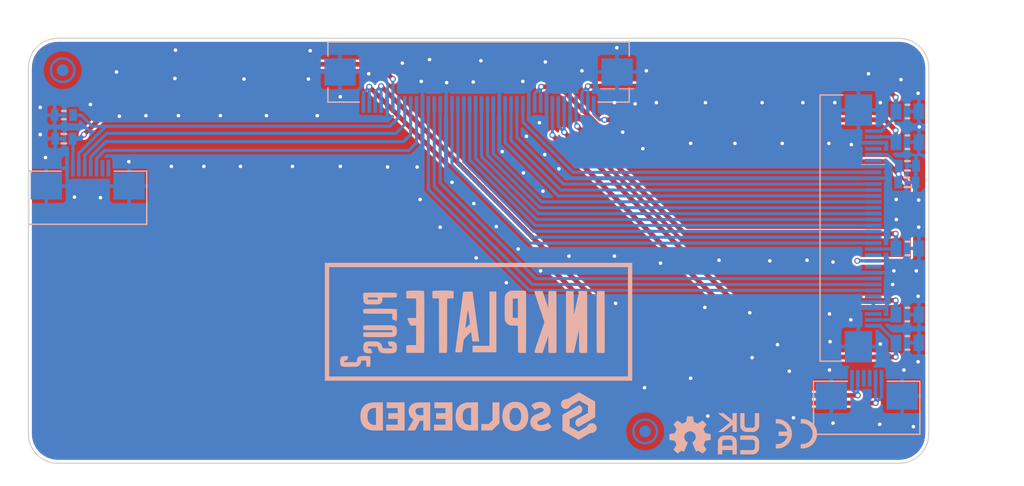
<source format=kicad_pcb>
(kicad_pcb (version 20211014) (generator pcbnew)
  (layers (0 "F.Cu" signal) (31 "B.Cu" signal) (34 "B.Paste" user) (35 "F.Paste" user) (36 "B.SilkS" user "B.Silkscreen") (37 "F.SilkS" user "F.Silkscreen") (38 "B.Mask" user) (39 "F.Mask" user) (44 "Edge.Cuts" user))
  (net 0 "")
  (net 1 "GND")
  (net 2 "3V3_TOUCH")
  (net 3 "3V3-EINK")
  (net 4 "VNEG")
  (net 5 "VEE")
  (net 6 "VCOM")
  (net 7 "VPOS")
  (net 8 "VDDH")
  (net 9 "BCK_CATHODE")
  (net 12 "BCK_ANODE")
  (net 15 "I2C_SCL_B")
  (net 16 "I2C_SDA_B")
  (net 17 "TOUCH_INT_B")
  (net 18 "TOUCH_RESET_B")
  (net 21 "EPD_CL")
  (net 22 "EPD_LE")
  (net 23 "EPD_OE")
  (net 24 "EPD_SPH")
  (net 25 "EPD_D0")
  (net 26 "EPD_D1")
  (net 27 "EPD_D2")
  (net 28 "EPD_D3")
  (net 29 "EPD_D4")
  (net 30 "EPD_D5")
  (net 31 "EPD_D6")
  (net 32 "EPD_D7")
  (net 35 "EPD_GMODE")
  (net 36 "EPD_CKV")
  (net 37 "EPD_SPV")
  (footprint "Soldered Graphics:Logo-Back-UKCA-3.5mm" (layer "F.Cu") (at 170.1 127.5)
    (fp_text reference "REF**" hide)
    (fp_text value "Logo-Back-UKCA-3.5mm" hide)
  )
  (footprint "Soldered Graphics:Logo-Back-OSH-3.5mm" (layer "F.Cu") (at 166 127.6)
    (fp_text reference "G***" hide)
    (fp_text value "LOGO" hide)
  )
  (footprint "Soldered Graphics:Version1.0.0." (layer "F.Cu") (at 179.3 128.9)
    (fp_text reference "Ref**" hide)
    (fp_text value "Val**" hide)
    (fp_poly (pts (xy 0.93 0.35) (xy 0.99 0.35) (xy 1.04 0.33) (xy 1.01 0.28) (xy 0.91 0.28) (xy 0.87 0.25) (xy 0.85 0.2) (xy 0.83 0.15) (xy 0.83 0.11) (xy 0.82 -0.01) (xy 0.83 -0.13) (xy 0.83 -0.17) (xy 0.84 -0.22) (xy 0.87 -0.27) (xy 0.9 -0.3) (xy 1.01 -0.3) (xy 1.04 -0.26) (xy 1.05 -0.21) (xy 1.06 -0.15) (xy 1.07 -0.05) (xy 1.07 0.08) (xy 1.06 0.12) (xy 1.06 0.17) (xy 1.04 0.22) (xy 1.02 0.27) (xy 1.01 0.28) (xy 1.05 0.32) (xy 1.09 0.29) (xy 1.12 0.26) (xy 1.14 0.22) (xy 1.15 0.16) (xy 1.16 0.11) (xy 1.16 0.06) (xy 1.16 -0.06) (xy 1.16 -0.12) (xy 1.15 -0.17) (xy 1.14 -0.22) (xy 1.13 -0.27) (xy 1.1 -0.3) (xy 1.06 -0.34) (xy 1.01 -0.37) (xy 0.95 -0.38) (xy 0.9 -0.38) (xy 0.84 -0.35) (xy 0.8 -0.31) (xy 0.78 -0.28) (xy 0.75 -0.23) (xy 0.74 -0.18) (xy 0.74 -0.13) (xy 0.73 -0.08) (xy 0.73 0.04) (xy 0.73 0.1) (xy 0.74 0.14) (xy 0.75 0.2) (xy 0.77 0.25) (xy 0.79 0.28) (xy 0.83 0.32) (xy 0.89 0.35) (xy 0.93 0.35)) (layer "F.Cu") (width 0.01) (fill solid))
    (fp_poly (pts (xy 0.43 0.38) (xy 0.48 0.38) (xy 0.54 0.37) (xy 0.54 0.33) (xy 0.54 0.27) (xy 0.5 0.26) (xy 0.45 0.26) (xy 0.42 0.29) (xy 0.42 0.34) (xy 0.43 0.38)) (layer "F.Cu") (width 0.01) (fill solid))
    (fp_poly (pts (xy 1.31 0.38) (xy 1.36 0.38) (xy 1.41 0.37) (xy 1.42 0.33) (xy 1.42 0.27) (xy 1.38 0.26) (xy 1.33 0.26) (xy 1.3 0.29) (xy 1.3 0.34) (xy 1.31 0.38)) (layer "F.Cu") (width 0.01) (fill solid))
    (fp_poly (pts (xy -0.44 0.38) (xy -0.39 0.38) (xy -0.34 0.37) (xy -0.34 0.33) (xy -0.34 0.27) (xy -0.38 0.26) (xy -0.43 0.26) (xy -0.46 0.29) (xy -0.46 0.34) (xy -0.44 0.38)) (layer "F.Cu") (width 0.01) (fill solid))
    (fp_poly (pts (xy 0.06 0.35) (xy 0.11 0.35) (xy 0.17 0.33) (xy 0.13 0.28) (xy 0.03 0.28) (xy -0.01 0.25) (xy -0.03 0.2) (xy -0.05 0.15) (xy -0.05 0.11) (xy -0.05 -0.01) (xy -0.05 -0.13) (xy -0.05 -0.17) (xy -0.03 -0.22) (xy -0.01 -0.27) (xy 0.02 -0.3) (xy 0.13 -0.3) (xy 0.16 -0.26) (xy 0.18 -0.21) (xy 0.18 -0.15) (xy 0.19 -0.05) (xy 0.19 0.08) (xy 0.19 0.12) (xy 0.18 0.17) (xy 0.16 0.22) (xy 0.14 0.27) (xy 0.14 0.28) (xy 0.17 0.32) (xy 0.21 0.29) (xy 0.24 0.26) (xy 0.26 0.22) (xy 0.27 0.16) (xy 0.28 0.11) (xy 0.28 0.06) (xy 0.28 -0.06) (xy 0.28 -0.12) (xy 0.27 -0.17) (xy 0.26 -0.22) (xy 0.25 -0.27) (xy 0.22 -0.3) (xy 0.19 -0.34) (xy 0.13 -0.37) (xy 0.08 -0.38) (xy 0.02 -0.38) (xy -0.03 -0.35) (xy -0.08 -0.31) (xy -0.1 -0.28) (xy -0.12 -0.23) (xy -0.14 -0.18) (xy -0.14 -0.13) (xy -0.15 -0.08) (xy -0.15 0.04) (xy -0.14 0.1) (xy -0.14 0.14) (xy -0.13 0.2) (xy -0.11 0.25) (xy -0.08 0.28) (xy -0.05 0.32) (xy 0.01 0.35) (xy 0.06 0.35)) (layer "F.Cu") (width 0.01) (fill solid))
    (fp_poly (pts (xy -1.33 0.35) (xy -1.27 0.35) (xy -1.25 0.31) (xy -1.09 -0.1) (xy -1.11 -0.13) (xy -1.16 -0.13) (xy -1.19 -0.1) (xy -1.28 0.16) (xy -1.3 0.21) (xy -1.32 0.17) (xy -1.41 -0.09) (xy -1.44 -0.13) (xy -1.49 -0.13) (xy -1.51 -0.1) (xy -1.36 0.31) (xy -1.33 0.35)) (layer "F.Cu") (width 0.01) (fill solid))
    (fp_poly (pts (xy -0.67 0.35) (xy -0.62 0.35) (xy -0.6 0.31) (xy -0.6 -0.35) (xy -0.64 -0.38) (xy -0.69 -0.38) (xy -0.73 -0.34) (xy -0.84 -0.22) (xy -0.86 -0.17) (xy -0.83 -0.16) (xy -0.73 -0.22) (xy -0.69 -0.23) (xy -0.69 0.31) (xy -0.67 0.35)) (layer "F.Cu") (width 0.01) (fill solid))
  )
  (footprint "e-radionica.com footprinti:JS05A-40P-050-3-4" (layer "F.Cu") (at 127.7 126)
    (fp_text reference "K5" hide)
    (fp_text value "JS05A-40P-050-3-4")
  )
  (footprint "Soldered Graphics:Logo-Back-SolderedFULL-20mm" (layer "F.Cu") (at 148.1 126)
    (fp_text reference "REF**" hide)
    (fp_text value "Logo-Front-SolderedFULL-20mm" hide)
  )
  (footprint "Soldered Graphics:Logo-Back-CE-3.5mm" (layer "F.Cu") (at 175 127.5)
    (fp_text reference "REF**" hide)
    (fp_text value "Logo-Back-CE-3.5mm" hide)
  )
  (footprint "e-radionica.com footprinti:FIDUCIAL_23" (layer "B.Cu") (at 162.2 127.3 180)
    (fp_text reference "FD1")
    (fp_text value "FIDUCIAL")
    (fp_circle (center 0 0) (end 1 0) (layer "B.Cu") (width 0.2) (fill none))
    (pad "1" smd circle (at 0 0 180) (size 1 1) (layers "B.Cu" "B.Paste" "B.Mask") (clearance 1.1))
  )
  (footprint "Soldered Graphics:Logo-Front-InkplatePLUS2" (layer "B.Cu") (at 148.1 118 180)
    (fp_text reference "REF**" hide)
    (fp_text value "Logo-Font-InkplatePLUS2" hide)
  )
  (footprint "e-radionica.com footprinti:0603R" (layer "B.Cu") (at 113 100.5 180)
    (fp_text reference "R1")
    (fp_text value "100k")
    (pad "1" smd rect locked (at -0.775 0 90) (size 1 0.64) (layers "B.Cu" "B.Paste" "B.Mask") (net 18 "TOUCH_RESET_B"))
    (pad "2" smd rect locked (at 0.775 0 90) (size 1 0.64) (layers "B.Cu" "B.Paste" "B.Mask") (net 1 "GND"))
  )
  (footprint "e-radionica.com footprinti:0805C" (layer "B.Cu") (at 184.4 102.8 180)
    (fp_text reference "C4")
    (fp_text value "4u7-TMK212AB7475KG-T")
    (pad "1" smd rect locked (at -0.975 0 90) (size 1.35 0.9) (layers "B.Cu" "B.Paste" "B.Mask") (net 1 "GND"))
    (pad "2" smd rect locked (at 0.975 0 90) (size 1.35 0.9) (layers "B.Cu" "B.Paste" "B.Mask") (net 5 "VEE"))
  )
  (footprint "e-radionica.com footprinti:0603C" (layer "B.Cu") (at 113 102.5)
    (fp_text reference "C1")
    (fp_text value "100n")
    (pad "1" smd rect locked (at -0.73 0) (size 0.66 1) (layers "B.Cu" "B.Paste" "B.Mask") (net 1 "GND"))
    (pad "2" smd rect locked (at 0.73 0) (size 0.66 1) (layers "B.Cu" "B.Paste" "B.Mask") (net 2 "3V3_TOUCH"))
  )
  (footprint "e-radionica.com footprinti:0805C" (layer "B.Cu") (at 184.4 119.8 180)
    (fp_text reference "C7")
    (fp_text value "4u7-TMK212AB7475KG-T")
    (pad "1" smd rect locked (at -0.975 0 90) (size 1.35 0.9) (layers "B.Cu" "B.Paste" "B.Mask") (net 1 "GND"))
    (pad "2" smd rect locked (at 0.975 0 90) (size 1.35 0.9) (layers "B.Cu" "B.Paste" "B.Mask") (net 8 "VDDH"))
  )
  (footprint "e-radionica.com footprinti:FIDUCIAL_23" (layer "B.Cu") (at 112.9 96.7 180)
    (fp_text reference "FD2")
    (fp_text value "FIDUCIAL")
    (fp_circle (center 0 0) (end 1 0) (layer "B.Cu") (width 0.2) (fill none))
    (pad "1" smd circle (at 0 0 180) (size 1 1) (layers "B.Cu" "B.Paste" "B.Mask") (clearance 1.1))
  )
  (footprint "e-radionica.com footprinti:62684-401100AHLF" (layer "B.Cu") (at 148.1 98)
    (fp_text reference "K4")
    (fp_text value "62684-401100AHLF")
    (pad "1" smd rect (at -9.75 1.6) (size 0.3 1.4) (layers "B.Cu" "B.Paste" "B.Mask") (net 9 "BCK_CATHODE"))
    (pad "2" smd rect (at -9.25 1.6) (size 0.3 1.4) (layers "B.Cu" "B.Paste" "B.Mask") (net 9 "BCK_CATHODE"))
    (pad "3" smd rect (at -8.75 1.6) (size 0.3 1.4) (layers "B.Cu" "B.Paste" "B.Mask") (net 12 "BCK_ANODE"))
    (pad "4" smd rect (at -8.25 1.6) (size 0.3 1.4) (layers "B.Cu" "B.Paste" "B.Mask") (net 12 "BCK_ANODE"))
    (pad "5" smd rect (at -7.75 1.6) (size 0.3 1.4) (layers "B.Cu" "B.Paste" "B.Mask") (net 1 "GND"))
    (pad "6" smd rect (at -7.25 1.6) (size 0.3 1.4) (layers "B.Cu" "B.Paste" "B.Mask") (net 2 "3V3_TOUCH"))
    (pad "7" smd rect (at -6.75 1.6) (size 0.3 1.4) (layers "B.Cu" "B.Paste" "B.Mask") (net 18 "TOUCH_RESET_B"))
    (pad "8" smd rect (at -6.25 1.6) (size 0.3 1.4) (layers "B.Cu" "B.Paste" "B.Mask") (net 17 "TOUCH_INT_B"))
    (pad "9" smd rect (at -5.75 1.6) (size 0.3 1.4) (layers "B.Cu" "B.Paste" "B.Mask") (net 16 "I2C_SDA_B"))
    (pad "10" smd rect (at -5.25 1.6) (size 0.3 1.4) (layers "B.Cu" "B.Paste" "B.Mask") (net 15 "I2C_SCL_B"))
    (pad "11" smd rect (at -4.75 1.6) (size 0.3 1.4) (layers "B.Cu" "B.Paste" "B.Mask") (net 1 "GND"))
    (pad "12" smd rect (at -4.25 1.6) (size 0.3 1.4) (layers "B.Cu" "B.Paste" "B.Mask") (net 37 "EPD_SPV"))
    (pad "13" smd rect (at -3.75 1.6) (size 0.3 1.4) (layers "B.Cu" "B.Paste" "B.Mask") (net 36 "EPD_CKV"))
    (pad "14" smd rect (at -3.25 1.6) (size 0.3 1.4) (layers "B.Cu" "B.Paste" "B.Mask") (net 35 "EPD_GMODE"))
    (pad "15" smd rect (at -2.75 1.6) (size 0.3 1.4) (layers "B.Cu" "B.Paste" "B.Mask") (net 1 "GND"))
    (pad "16" smd rect (at -2.25 1.6) (size 0.3 1.4) (layers "B.Cu" "B.Paste" "B.Mask") (net 32 "EPD_D7"))
    (pad "17" smd rect (at -1.75 1.6) (size 0.3 1.4) (layers "B.Cu" "B.Paste" "B.Mask") (net 31 "EPD_D6"))
    (pad "18" smd rect (at -1.25 1.6) (size 0.3 1.4) (layers "B.Cu" "B.Paste" "B.Mask") (net 30 "EPD_D5"))
    (pad "19" smd rect (at -0.75 1.6) (size 0.3 1.4) (layers "B.Cu" "B.Paste" "B.Mask") (net 29 "EPD_D4"))
    (pad "20" smd rect (at -0.25 1.6) (size 0.3 1.4) (layers "B.Cu" "B.Paste" "B.Mask") (net 28 "EPD_D3"))
    (pad "21" smd rect (at 0.25 1.6) (size 0.3 1.4) (layers "B.Cu" "B.Paste" "B.Mask") (net 27 "EPD_D2"))
    (pad "22" smd rect (at 0.75 1.6) (size 0.3 1.4) (layers "B.Cu" "B.Paste" "B.Mask") (net 26 "EPD_D1"))
    (pad "23" smd rect (at 1.25 1.6 180) (size 0.3 1.4) (layers "B.Cu" "B.Paste" "B.Mask") (net 25 "EPD_D0"))
    (pad "24" smd rect (at 1.75 1.6 180) (size 0.3 1.4) (layers "B.Cu" "B.Paste" "B.Mask") (net 1 "GND"))
    (pad "25" smd rect (at 2.25 1.6 180) (size 0.3 1.4) (layers "B.Cu" "B.Paste" "B.Mask") (net 24 "EPD_SPH"))
    (pad "26" smd rect (at 2.75 1.6 180) (size 0.3 1.4) (layers "B.Cu" "B.Paste" "B.Mask") (net 23 "EPD_OE"))
    (pad "27" smd rect (at 3.25 1.6 180) (size 0.3 1.4) (layers "B.Cu" "B.Paste" "B.Mask") (net 22 "EPD_LE"))
    (pad "28" smd rect (at 3.75 1.6 180) (size 0.3 1.4) (layers "B.Cu" "B.Paste" "B.Mask") (net 21 "EPD_CL"))
    (pad "29" smd rect (at 4.25 1.6 180) (size 0.3 1.4) (layers "B.Cu" "B.Paste" "B.Mask") (net 1 "GND"))
    (pad "30" smd rect (at 4.75 1.6 180) (size 0.3 1.4) (layers "B.Cu" "B.Paste" "B.Mask") (net 3 "3V3-EINK"))
    (pad "31" smd rect (at 5.25 1.6 180) (size 0.3 1.4) (layers "B.Cu" "B.Paste" "B.Mask") (net 3 "3V3-EINK"))
    (pad "32" smd rect (at 5.75 1.6 180) (size 0.3 1.4) (layers "B.Cu" "B.Paste" "B.Mask") (net 1 "GND"))
    (pad "33" smd rect (at 6.25 1.6 180) (size 0.3 1.4) (layers "B.Cu" "B.Paste" "B.Mask") (net 8 "VDDH"))
    (pad "34" smd rect (at 6.75 1.6 180) (size 0.3 1.4) (layers "B.Cu" "B.Paste" "B.Mask") (net 7 "VPOS"))
    (pad "35" smd rect (at 7.25 1.6 180) (size 0.3 1.4) (layers "B.Cu" "B.Paste" "B.Mask") (net 7 "VPOS"))
    (pad "36" smd rect (at 7.75 1.6 180) (size 0.3 1.4) (layers "B.Cu" "B.Paste" "B.Mask") (net 1 "GND"))
    (pad "37" smd rect (at 8.25 1.6 180) (size 0.3 1.4) (layers "B.Cu" "B.Paste" "B.Mask") (net 6 "VCOM"))
    (pad "38" smd rect (at 8.75 1.6 180) (size 0.3 1.4) (layers "B.Cu" "B.Paste" "B.Mask") (net 4 "VNEG"))
    (pad "39" smd rect (at 9.25 1.6 180) (size 0.3 1.4) (layers "B.Cu" "B.Paste" "B.Mask") (net 4 "VNEG"))
    (pad "40" smd rect (at 9.75 1.6 180) (size 0.3 1.4) (layers "B.Cu" "B.Paste" "B.Mask") (net 5 "VEE"))
    (pad "41" smd rect (at 11.725 -1.15 180) (size 2.65 2.3) (layers "B.Cu" "B.Paste" "B.Mask") (net 1 "GND"))
    (pad "41" smd rect (at -11.725 -1.15 180) (size 2.65 2.3) (layers "B.Cu" "B.Paste" "B.Mask") (net 1 "GND"))
  )
  (footprint "e-radionica.com footprinti:0805C" (layer "B.Cu") (at 184.4 100.2 180)
    (fp_text reference "C3")
    (fp_text value "4u7-TMK212AB7475KG-T")
    (pad "1" smd rect locked (at -0.975 0 90) (size 1.35 0.9) (layers "B.Cu" "B.Paste" "B.Mask") (net 1 "GND"))
    (pad "2" smd rect locked (at 0.975 0 90) (size 1.35 0.9) (layers "B.Cu" "B.Paste" "B.Mask") (net 4 "VNEG"))
  )
  (footprint "e-radionica.com footprinti:SFV6R-1STBE1HLF" (layer "B.Cu") (at 180.95 122.8 180)
    (fp_text reference "K1")
    (fp_text value "SFV6R-1STBE1HLF")
    (pad "1" smd rect (at -1.25 0 180) (size 0.3 1.4) (layers "B.Cu" "B.Paste" "B.Mask") (net 9 "BCK_CATHODE"))
    (pad "2" smd rect (at -0.75 0 180) (size 0.3 1.4) (layers "B.Cu" "B.Paste" "B.Mask") (net 9 "BCK_CATHODE"))
    (pad "3" smd rect (at -0.25 0 180) (size 0.3 1.4) (layers "B.Cu" "B.Paste" "B.Mask"))
    (pad "4" smd rect (at 0.25 0 180) (size 0.3 1.4) (layers "B.Cu" "B.Paste" "B.Mask"))
    (pad "5" smd rect (at 0.75 0 180) (size 0.3 1.4) (layers "B.Cu" "B.Paste" "B.Mask") (net 12 "BCK_ANODE"))
    (pad "6" smd rect (at 1.25 0 180) (size 0.3 1.4) (layers "B.Cu" "B.Paste" "B.Mask") (net 12 "BCK_ANODE"))
    (pad "7" smd rect (at -3 -1.5 180) (size 2.65 2.3) (layers "B.Cu" "B.Paste" "B.Mask") (net 1 "GND"))
    (pad "7" smd rect (at 3 -1.5 180) (size 2.65 2.3) (layers "B.Cu" "B.Paste" "B.Mask") (net 1 "GND"))
  )
  (footprint "e-radionica.com footprinti:0603C" (layer "B.Cu") (at 184.35 106.2 180)
    (fp_text reference "C2")
    (fp_text value "4u7")
    (pad "1" smd rect locked (at -0.73 0 180) (size 0.66 1) (layers "B.Cu" "B.Paste" "B.Mask") (net 1 "GND"))
    (pad "2" smd rect locked (at 0.73 0 180) (size 0.66 1) (layers "B.Cu" "B.Paste" "B.Mask") (net 3 "3V3-EINK"))
  )
  (footprint "e-radionica.com footprinti:SFV8R-1STBE1HLF" (layer "B.Cu") (at 115.02 105 180)
    (fp_text reference "K2")
    (fp_text value "SFV8R-1STBE1HLF")
    (pad "1" smd rect (at -1.75 0 180) (size 0.3 1.4) (layers "B.Cu" "B.Paste" "B.Mask"))
    (pad "2" smd rect (at -1.25 0 180) (size 0.3 1.4) (layers "B.Cu" "B.Paste" "B.Mask"))
    (pad "3" smd rect (at -0.75 0 180) (size 0.3 1.4) (layers "B.Cu" "B.Paste" "B.Mask") (net 15 "I2C_SCL_B"))
    (pad "4" smd rect (at -0.25 0 180) (size 0.3 1.4) (layers "B.Cu" "B.Paste" "B.Mask") (net 16 "I2C_SDA_B"))
    (pad "5" smd rect (at 0.25 0 180) (size 0.3 1.4) (layers "B.Cu" "B.Paste" "B.Mask") (net 17 "TOUCH_INT_B"))
    (pad "6" smd rect (at 0.75 0 180) (size 0.3 1.4) (layers "B.Cu" "B.Paste" "B.Mask") (net 18 "TOUCH_RESET_B"))
    (pad "7" smd rect (at 1.25 0 180) (size 0.3 1.4) (layers "B.Cu" "B.Paste" "B.Mask") (net 2 "3V3_TOUCH"))
    (pad "8" smd rect (at 1.75 0 180) (size 0.3 1.4) (layers "B.Cu" "B.Paste" "B.Mask") (net 1 "GND"))
    (pad "9" smd rect (at -3.5 -1.5 180) (size 2.65 2.3) (layers "B.Cu" "B.Paste" "B.Mask") (net 1 "GND"))
    (pad "9" smd rect (at 3.5 -1.5 180) (size 2.65 2.3) (layers "B.Cu" "B.Paste" "B.Mask") (net 1 "GND"))
  )
  (footprint "e-radionica.com footprinti:0603C" (layer "B.Cu") (at 184.4 104.8)
    (fp_text reference "C8")
    (fp_text value "100n")
    (pad "1" smd rect locked (at -0.73 0) (size 0.66 1) (layers "B.Cu" "B.Paste" "B.Mask") (net 3 "3V3-EINK"))
    (pad "2" smd rect locked (at 0.73 0) (size 0.66 1) (layers "B.Cu" "B.Paste" "B.Mask") (net 1 "GND"))
  )
  (footprint "e-radionica.com footprinti:0805C" (layer "B.Cu") (at 184.4 111.8 180)
    (fp_text reference "C5")
    (fp_text value "4u7-TMK212AB7475KG-T")
    (pad "1" smd rect locked (at -0.975 0 90) (size 1.35 0.9) (layers "B.Cu" "B.Paste" "B.Mask") (net 1 "GND"))
    (pad "2" smd rect locked (at 0.975 0 90) (size 1.35 0.9) (layers "B.Cu" "B.Paste" "B.Mask") (net 6 "VCOM"))
  )
  (footprint "e-radionica.com footprinti:SFV34R-4STBE1HLF" (layer "B.Cu") (at 181.2 110.1 90)
    (fp_text reference "K3")
    (fp_text value "SFV34R-4STBE1HLF")
    (pad "1" smd rect (at 8.25 0.3 270) (size 0.3 1.4) (layers "B.Cu" "B.Paste" "B.Mask") (net 4 "VNEG"))
    (pad "2" smd rect (at 7.75 0.3 270) (size 0.3 1.4) (layers "B.Cu" "B.Paste" "B.Mask") (net 5 "VEE"))
    (pad "3" smd rect (at 7.25 0.3 270) (size 0.3 1.4) (layers "B.Cu" "B.Paste" "B.Mask") (net 1 "GND"))
    (pad "4" smd rect (at 6.75 0.3 270) (size 0.3 1.4) (layers "B.Cu" "B.Paste" "B.Mask"))
    (pad "5" smd rect (at 6.25 0.3 270) (size 0.3 1.4) (layers "B.Cu" "B.Paste" "B.Mask") (net 3 "3V3-EINK"))
    (pad "6" smd rect (at 5.75 0.3 270) (size 0.3 1.4) (layers "B.Cu" "B.Paste" "B.Mask"))
    (pad "7" smd rect (at 5.25 0.3 270) (size 0.3 1.4) (layers "B.Cu" "B.Paste" "B.Mask") (net 1 "GND"))
    (pad "8" smd rect (at 4.75 0.3 270) (size 0.3 1.4) (layers "B.Cu" "B.Paste" "B.Mask") (net 21 "EPD_CL"))
    (pad "9" smd rect (at 4.25 0.3 270) (size 0.3 1.4) (layers "B.Cu" "B.Paste" "B.Mask") (net 1 "GND"))
    (pad "10" smd rect (at 3.75 0.3 270) (size 0.3 1.4) (layers "B.Cu" "B.Paste" "B.Mask") (net 22 "EPD_LE"))
    (pad "11" smd rect (at 3.25 0.3 270) (size 0.3 1.4) (layers "B.Cu" "B.Paste" "B.Mask") (net 23 "EPD_OE"))
    (pad "12" smd rect (at 2.75 0.3 270) (size 0.3 1.4) (layers "B.Cu" "B.Paste" "B.Mask") (net 24 "EPD_SPH"))
    (pad "13" smd rect (at 2.25 0.3 270) (size 0.3 1.4) (layers "B.Cu" "B.Paste" "B.Mask") (net 25 "EPD_D0"))
    (pad "14" smd rect (at 1.75 0.3 270) (size 0.3 1.4) (layers "B.Cu" "B.Paste" "B.Mask") (net 26 "EPD_D1"))
    (pad "15" smd rect (at 1.25 0.3 270) (size 0.3 1.4) (layers "B.Cu" "B.Paste" "B.Mask") (net 27 "EPD_D2"))
    (pad "16" smd rect (at 0.75 0.3 270) (size 0.3 1.4) (layers "B.Cu" "B.Paste" "B.Mask") (net 28 "EPD_D3"))
    (pad "17" smd rect (at 0.25 0.3 270) (size 0.3 1.4) (layers "B.Cu" "B.Paste" "B.Mask") (net 29 "EPD_D4"))
    (pad "18" smd rect (at -0.25 0.3 270) (size 0.3 1.4) (layers "B.Cu" "B.Paste" "B.Mask") (net 30 "EPD_D5"))
    (pad "19" smd rect (at -0.75 0.3 90) (size 0.3 1.4) (layers "B.Cu" "B.Paste" "B.Mask") (net 31 "EPD_D6"))
    (pad "20" smd rect (at -1.25 0.3 90) (size 0.3 1.4) (layers "B.Cu" "B.Paste" "B.Mask") (net 32 "EPD_D7"))
    (pad "21" smd rect (at -1.75 0.3 90) (size 0.3 1.4) (layers "B.Cu" "B.Paste" "B.Mask") (net 6 "VCOM"))
    (pad "22" smd rect (at -2.25 0.3 90) (size 0.3 1.4) (layers "B.Cu" "B.Paste" "B.Mask"))
    (pad "23" smd rect (at -2.75 0.3 90) (size 0.3 1.4) (layers "B.Cu" "B.Paste" "B.Mask") (net 3 "3V3-EINK"))
    (pad "24" smd rect (at -3.25 0.3 90) (size 0.3 1.4) (layers "B.Cu" "B.Paste" "B.Mask"))
    (pad "25" smd rect (at -3.75 0.3 90) (size 0.3 1.4) (layers "B.Cu" "B.Paste" "B.Mask") (net 1 "GND"))
    (pad "26" smd rect (at -4.25 0.3 90) (size 0.3 1.4) (layers "B.Cu" "B.Paste" "B.Mask") (net 35 "EPD_GMODE"))
    (pad "27" smd rect (at -4.75 0.3 90) (size 0.3 1.4) (layers "B.Cu" "B.Paste" "B.Mask") (net 36 "EPD_CKV"))
    (pad "28" smd rect (at -5.25 0.3 90) (size 0.3 1.4) (layers "B.Cu" "B.Paste" "B.Mask") (net 37 "EPD_SPV"))
    (pad "29" smd rect (at -5.75 0.3 90) (size 0.3 1.4) (layers "B.Cu" "B.Paste" "B.Mask"))
    (pad "30" smd rect (at -6.25 0.3 90) (size 0.3 1.4) (layers "B.Cu" "B.Paste" "B.Mask") (net 1 "GND"))
    (pad "31" smd rect (at -6.75 0.3 90) (size 0.3 1.4) (layers "B.Cu" "B.Paste" "B.Mask") (net 1 "GND"))
    (pad "32" smd rect (at -7.25 0.3 90) (size 0.3 1.4) (layers "B.Cu" "B.Paste" "B.Mask"))
    (pad "33" smd rect (at -7.75 0.3 90) (size 0.3 1.4) (layers "B.Cu" "B.Paste" "B.Mask") (net 7 "VPOS"))
    (pad "34" smd rect (at -8.25 0.3 90) (size 0.3 1.4) (layers "B.Cu" "B.Paste" "B.Mask") (net 8 "VDDH"))
    (pad "35" smd rect (at -10.025 -0.95 270) (size 2.65 2.3) (layers "B.Cu" "B.Paste" "B.Mask") (net 1 "GND"))
    (pad "35" smd rect (at 10.025 -0.95 270) (size 2.65 2.3) (layers "B.Cu" "B.Paste" "B.Mask") (net 1 "GND"))
  )
  (footprint "e-radionica.com footprinti:0805C" (layer "B.Cu") (at 184.4 117.4 180)
    (fp_text reference "C6")
    (fp_text value "4u7-TMK212AB7475KG-T")
    (pad "1" smd rect locked (at -0.975 0 90) (size 1.35 0.9) (layers "B.Cu" "B.Paste" "B.Mask") (net 1 "GND"))
    (pad "2" smd rect locked (at 0.975 0 90) (size 1.35 0.9) (layers "B.Cu" "B.Paste" "B.Mask") (net 7 "VPOS"))
  )
  (gr_line (start 183.7 130) (end 112.5 130) (layer "Edge.Cuts") (width 0.1))
  (gr_line (start 110 127.5) (end 110 96.5) (layer "Edge.Cuts") (width 0.1))
  (gr_line (start 186.2 96.5) (end 186.2 127.5) (layer "Edge.Cuts") (width 0.1))
  (gr_arc (start 110 96.5) (mid 110.732233 94.732233) (end 112.5 94) (layer "Edge.Cuts") (width 0.1))
  (gr_arc (start 183.7 94) (mid 185.467767 94.732233) (end 186.2 96.5) (layer "Edge.Cuts") (width 0.1))
  (gr_line (start 112.5 94) (end 183.7 94) (layer "Edge.Cuts") (width 0.1))
  (gr_arc (start 186.2 127.5) (mid 185.467767 129.267767) (end 183.7 130) (layer "Edge.Cuts") (width 0.1))
  (gr_arc (start 112.5 130) (mid 110.732233 129.267767) (end 110 127.5) (layer "Edge.Cuts") (width 0.1))
  (via (at 134.45 100.55) (size 0.5) (drill 0.3) (layers "F.Cu" "B.Cu") (net 1))
  (via (at 115.25 99.6) (size 0.5) (drill 0.3) (layers "F.Cu" "B.Cu") (net 1))
  (via (at 152.15 102.3) (size 0.5) (drill 0.3) (layers "F.Cu" "B.Cu") (net 1))
  (via (at 147.7 108) (size 0.5) (drill 0.3) (layers "F.Cu" "B.Cu") (net 1))
  (via (at 163.5 113.05) (size 0.5) (drill 0.3) (layers "F.Cu" "B.Cu") (net 1))
  (via (at 153.35 113.7) (size 0.5) (drill 0.3) (layers "F.Cu" "B.Cu") (net 1))
  (via (at 151.9 105.4) (size 0.5) (drill 0.3) (layers "F.Cu" "B.Cu") (net 1))
  (via (at 177.8 122.1) (size 0.5) (drill 0.3) (layers "F.Cu" "B.Cu") (net 1))
  (via (at 183.85 97.5) (size 0.5) (drill 0.3) (layers "F.Cu" "B.Cu") (net 1))
  (via (at 185.3 121.4) (size 0.5) (drill 0.3) (layers "F.Cu" "B.Cu") (net 1))
  (via (at 183.45 107.65) (size 0.5) (drill 0.3) (layers "F.Cu" "B.Cu") (net 1))
  (via (at 167.3 99.45) (size 0.5) (drill 0.3) (layers "F.Cu" "B.Cu") (net 1))
  (via (at 167.25 116.8) (size 0.5) (drill 0.3) (layers "F.Cu" "B.Cu") (net 1))
  (via (at 171.05 117.25) (size 0.5) (drill 0.3) (layers "F.Cu" "B.Cu") (net 1))
  (via (at 122.7 100.55) (size 0.5) (drill 0.3) (layers "F.Cu" "B.Cu") (net 1))
  (via (at 166.05 122.8) (size 0.5) (drill 0.3) (layers "F.Cu" "B.Cu") (net 1))
  (via (at 111 99.85) (size 0.5) (drill 0.3) (layers "F.Cu" "B.Cu") (net 1))
  (via (at 173.8 102.9) (size 0.5) (drill 0.3) (layers "F.Cu" "B.Cu") (net 1))
  (via (at 127.95 104.85) (size 0.5) (drill 0.3) (layers "F.Cu" "B.Cu") (net 1))
  (via (at 162.3 96.75) (size 0.5) (drill 0.3) (layers "F.Cu" "B.Cu") (net 1))
  (via (at 171.25 121.05) (size 0.5) (drill 0.3) (layers "F.Cu" "B.Cu") (net 1))
  (via (at 162 103.35) (size 0.5) (drill 0.3) (layers "F.Cu" "B.Cu") (net 1))
  (via (at 155.75 112.45) (size 0.5) (drill 0.3) (layers "F.Cu" "B.Cu") (net 1))
  (via (at 166.05 102.9) (size 0.5) (drill 0.3) (layers "F.Cu" "B.Cu") (net 1))
  (via (at 145.85 106.2) (size 0.5) (drill 0.3) (layers "F.Cu" "B.Cu") (net 1))
  (via (at 182.1 99.45) (size 0.5) (drill 0.3) (layers "F.Cu" "B.Cu") (net 1))
  (via (at 140.4 104.9) (size 0.5) (drill 0.3) (layers "F.Cu" "B.Cu") (net 1))
  (via (at 151.85 97.65) (size 0.5) (drill 0.3) (layers "F.Cu" "B.Cu") (net 1))
  (via (at 141.65 96.1) (size 0.5) (drill 0.3) (layers "F.Cu" "B.Cu") (net 1))
  (via (at 111.45 104.1) (size 0.5) (drill 0.3) (layers "F.Cu" "B.Cu") (net 1))
  (via (at 182.05 126.7) (size 0.5) (drill 0.3) (layers "F.Cu" "B.Cu") (net 1))
  (via (at 111 102.15) (size 0.5) (drill 0.3) (layers "F.Cu" "B.Cu") (net 1))
  (via (at 185.15 113.7) (size 0.5) (drill 0.3) (layers "F.Cu" "B.Cu") (net 1))
  (via (at 175.9 112.8) (size 0.5) (drill 0.3) (layers "F.Cu" "B.Cu") (net 1))
  (via (at 148.3 95.9) (size 0.5) (drill 0.3) (layers "F.Cu" "B.Cu") (net 1))
  (via (at 185.3 115.85) (size 0.5) (drill 0.3) (layers "F.Cu" "B.Cu") (net 1))
  (via (at 185.3 98.65) (size 0.5) (drill 0.3) (layers "F.Cu" "B.Cu") (net 1))
  (via (at 159.8 94.8) (size 0.5) (drill 0.3) (layers "F.Cu" "B.Cu") (net 1))
  (via (at 183.45 109.35) (size 0.5) (drill 0.3) (layers "F.Cu" "B.Cu") (net 1))
  (via (at 132.35 104.85) (size 0.5) (drill 0.3) (layers "F.Cu" "B.Cu") (net 1))
  (via (at 184.9 126.9) (size 0.5) (drill 0.3) (layers "F.Cu" "B.Cu") (net 1))
  (via (at 142.9 104.9) (size 0.5) (drill 0.3) (layers "F.Cu" "B.Cu") (net 1))
  (via (at 156.85 96.75) (size 0.5) (drill 0.3) (layers "F.Cu" "B.Cu") (net 1))
  (via (at 130.15 100.55) (size 0.5) (drill 0.3) (layers "F.Cu" "B.Cu") (net 1))
  (via (at 118.5 104.45) (size 0.5) (drill 0.3) (layers "F.Cu" "B.Cu") (net 1))
  (via (at 173.4 119.95) (size 0.5) (drill 0.3) (layers "F.Cu" "B.Cu") (net 1))
  (via (at 117.45 96.85) (size 0.5) (drill 0.3) (layers "F.Cu" "B.Cu") (net 1))
  (via (at 124.85 104.85) (size 0.5) (drill 0.3) (layers "F.Cu" "B.Cu") (net 1))
  (via (at 177.75 102.9) (size 0.5) (drill 0.3) (layers "F.Cu" "B.Cu") (net 1))
  (via (at 159.6 112.45) (size 0.5) (drill 0.3) (layers "F.Cu" "B.Cu") (net 1))
  (via (at 143.95 95.8) (size 0.5) (drill 0.3) (layers "F.Cu" "B.Cu") (net 1))
  (via (at 138.8 97) (size 0.5) (drill 0.3) (layers "F.Cu" "B.Cu") (net 1))
  (via (at 136.4 98.95) (size 0.5) (drill 0.3) (layers "F.Cu" "B.Cu") (net 1))
  (via (at 150.45 114.7) (size 0.5) (drill 0.3) (layers "F.Cu" "B.Cu") (net 1))
  (via (at 145.4 97.75) (size 0.5) (drill 0.3) (layers "F.Cu" "B.Cu") (net 1))
  (via (at 144.85 110) (size 0.5) (drill 0.3) (layers "F.Cu" "B.Cu") (net 1))
  (via (at 149.6 109.95) (size 0.5) (drill 0.3) (layers "F.Cu" "B.Cu") (net 1))
  (via (at 154.9 105.05) (size 0.5) (drill 0.3) (layers "F.Cu" "B.Cu") (net 1))
  (via (at 169.8 102.9) (size 0.5) (drill 0.3) (layers "F.Cu" "B.Cu") (net 1))
  (via (at 182.1 119.9) (size 0.5) (drill 0.3) (layers "F.Cu" "B.Cu") (net 1))
  (via (at 159.6 99.45) (size 0.5) (drill 0.3) (layers "F.Cu" "B.Cu") (net 1))
  (via (at 153.7 103.85) (size 0.5) (drill 0.3) (layers "F.Cu" "B.Cu") (net 1))
  (via (at 172.1 99.45) (size 0.5) (drill 0.3) (layers "F.Cu" "B.Cu") (net 1))
  (via (at 151.45 111.85) (size 0.5) (drill 0.3) (layers "F.Cu" "B.Cu") (net 1))
  (via (at 162.15 123.6) (size 0.5) (drill 0.3) (layers "F.Cu" "B.Cu") (net 1))
  (via (at 181.1 97) (size 0.5) (drill 0.3) (layers "F.Cu" "B.Cu") (net 1))
  (via (at 184.1 122.1) (size 0.5) (drill 0.3) (layers "F.Cu" "B.Cu") (net 1))
  (via (at 159.7 116.45) (size 0.5) (drill 0.3) (layers "F.Cu" "B.Cu") (net 1))
  (via (at 183.15 114.85) (size 0.5) (drill 0.3) (layers "F.Cu" "B.Cu") (net 1))
  (via (at 117.7 100.6) (size 0.5) (drill 0.3) (layers "F.Cu" "B.Cu") (net 1))
  (via (at 161.35 99.55) (size 0.5) (drill 0.3) (layers "F.Cu" "B.Cu") (net 1))
  (via (at 179.65 103) (size 0.5) (drill 0.3) (layers "F.Cu" "B.Cu") (net 1))
  (via (at 179.6 117.85) (size 0.5) (drill 0.3) (layers "F.Cu" "B.Cu") (net 1))
  (via (at 178.25 99.45) (size 0.5) (drill 0.3) (layers "F.Cu" "B.Cu") (net 1))
  (via (at 147.65 97.7) (size 0.5) (drill 0.3) (layers "F.Cu" "B.Cu") (net 1))
  (via (at 178.1 112.95) (size 0.5) (drill 0.3) (layers "F.Cu" "B.Cu") (net 1))
  (via (at 177.8 117.35) (size 0.5) (drill 0.3) (layers "F.Cu" "B.Cu") (net 1))
  (via (at 167.5 126) (size 0.5) (drill 0.3) (layers "F.Cu" "B.Cu") (net 1))
  (via (at 163.15 99.45) (size 0.5) (drill 0.3) (layers "F.Cu" "B.Cu") (net 1))
  (via (at 153.75 96) (size 0.5) (drill 0.3) (layers "F.Cu" "B.Cu") (net 1))
  (via (at 122.4 97.4) (size 0.5) (drill 0.3) (layers "F.Cu" "B.Cu") (net 1))
  (via (at 183.25 113.7) (size 0.5) (drill 0.3) (layers "F.Cu" "B.Cu") (net 1))
  (via (at 185.4 101.5) (size 0.5) (drill 0.3) (layers "F.Cu" "B.Cu") (net 1))
  (via (at 116.1 107.5) (size 0.5) (drill 0.3) (layers "F.Cu" "B.Cu") (net 1))
  (via (at 143.25 97.65) (size 0.5) (drill 0.3) (layers "F.Cu" "B.Cu") (net 1))
  (via (at 174.4 122.2) (size 0.5) (drill 0.3) (layers "F.Cu" "B.Cu") (net 1))
  (via (at 133.85 95.05) (size 0.5) (drill 0.3) (layers "F.Cu" "B.Cu") (net 1))
  (via (at 185.35 107.7) (size 0.5) (drill 0.3) (layers "F.Cu" "B.Cu") (net 1))
  (via (at 153.55 106.95) (size 0.5) (drill 0.3) (layers "F.Cu" "B.Cu") (net 1))
  (via (at 178.1 126.6) (size 0.5) (drill 0.3) (layers "F.Cu" "B.Cu") (net 1))
  (via (at 150.1 103.6) (size 0.5) (drill 0.3) (layers "F.Cu" "B.Cu") (net 1))
  (via (at 119.95 100.55) (size 0.5) (drill 0.3) (layers "F.Cu" "B.Cu") (net 1))
  (via (at 168.45 112.8) (size 0.5) (drill 0.3) (layers "F.Cu" "B.Cu") (net 1))
  (via (at 122.45 95) (size 0.5) (drill 0.3) (layers "F.Cu" "B.Cu") (net 1))
  (via (at 122.1 104.85) (size 0.5) (drill 0.3) (layers "F.Cu" "B.Cu") (net 1))
  (via (at 185.35 110) (size 0.5) (drill 0.3) (layers "F.Cu" "B.Cu") (net 1))
  (via (at 177.85 119.7) (size 0.5) (drill 0.3) (layers "F.Cu" "B.Cu") (net 1))
  (via (at 172.75 112.85) (size 0.5) (drill 0.3) (layers "F.Cu" "B.Cu") (net 1))
  (via (at 113.9 107.45) (size 0.5) (drill 0.3) (layers "F.Cu" "B.Cu") (net 1))
  (via (at 143.15 107.65) (size 0.5) (drill 0.3) (layers "F.Cu" "B.Cu") (net 1))
  (via (at 126.25 100.55) (size 0.5) (drill 0.3) (layers "F.Cu" "B.Cu") (net 1))
  (via (at 136.4 104.85) (size 0.5) (drill 0.3) (layers "F.Cu" "B.Cu") (net 1))
  (via (at 128.25 97.45) (size 0.5) (drill 0.3) (layers "F.Cu" "B.Cu") (net 1))
  (via (at 133.7 97.45) (size 0.5) (drill 0.3) (layers "F.Cu" "B.Cu") (net 1))
  (via (at 147.9 112.6) (size 0.5) (drill 0.3) (layers "F.Cu" "B.Cu") (net 1))
  (via (at 160.3 101.95) (size 0.5) (drill 0.3) (layers "F.Cu" "B.Cu") (net 1))
  (via (at 153.25 101.15) (size 0.5) (drill 0.3) (layers "F.Cu" "B.Cu") (net 1))
  (via (at 175.55 99.45) (size 0.5) (drill 0.3) (layers "F.Cu" "B.Cu") (net 1))
  (via (at 174.75 126.15) (size 0.5) (drill 0.3) (layers "F.Cu" "B.Cu") (net 1))
  (segment (start 140.85 97.45) (end 139.6 96.2) (width 0.4) (layer "F.Cu") (net 2))
  (segment (start 120.65 96.2) (end 114.7 102.15) (width 0.4) (layer "F.Cu") (net 2))
  (segment (start 139.6 96.2) (end 120.65 96.2) (width 0.4) (layer "F.Cu") (net 2))
  (via (at 140.85 97.45) (size 0.5) (drill 0.3) (layers "F.Cu" "B.Cu") (net 2))
  (via (at 114.7 102.15) (size 0.5) (drill 0.3) (layers "F.Cu" "B.Cu") (net 2))
  (segment (start 140.85 97.45) (end 140.85 99.6) (width 0.254) (layer "B.Cu") (net 2))
  (segment (start 113.77 105) (end 113.77 102.54) (width 0.254) (layer "B.Cu") (net 2))
  (segment (start 114.35 102.5) (end 114.7 102.15) (width 0.4) (layer "B.Cu") (net 2))
  (segment (start 113.77 102.54) (end 113.73 102.5) (width 0.254) (layer "B.Cu") (net 2))
  (segment (start 113.73 102.5) (end 114.35 102.5) (width 0.4) (layer "B.Cu") (net 2))
  (segment (start 182.6 104.45) (end 161.3 104.45) (width 0.4) (layer "F.Cu") (net 3))
  (segment (start 184.55 106.4) (end 184.55 112.5) (width 0.254) (layer "F.Cu") (net 3))
  (segment (start 154.95 98.1) (end 153.4 98.1) (width 0.4) (layer "F.Cu") (net 3))
  (segment (start 184.55 112.5) (end 184.2 112.85) (width 0.254) (layer "F.Cu") (net 3))
  (segment (start 161.3 104.45) (end 154.95 98.1) (width 0.4) (layer "F.Cu") (net 3))
  (segment (start 184.2 112.85) (end 180.15 112.85) (width 0.254) (layer "F.Cu") (net 3))
  (segment (start 183.65 105.5) (end 182.6 104.45) (width 0.4) (layer "F.Cu") (net 3))
  (segment (start 183.65 105.5) (end 184.55 106.4) (width 0.254) (layer "F.Cu") (net 3))
  (via (at 180.15 112.85) (size 0.5) (drill 0.3) (layers "F.Cu" "B.Cu") (net 3))
  (via (at 183.65 105.5) (size 0.5) (drill 0.3) (layers "F.Cu" "B.Cu") (net 3))
  (via (at 153.4 98.1) (size 0.5) (drill 0.3) (layers "F.Cu" "B.Cu") (net 3))
  (segment (start 152.85 98.65) (end 153.4 98.1) (width 0.254) (layer "B.Cu") (net 3))
  (segment (start 181.5 112.85) (end 180.15 112.85) (width 0.254) (layer "B.Cu") (net 3))
  (segment (start 183.67 104.6) (end 183.67 106) (width 0.4) (layer "B.Cu") (net 3))
  (segment (start 181.5 103.85) (end 182.72 103.85) (width 0.254) (layer "B.Cu") (net 3))
  (segment (start 153.35 98.15) (end 153.4 98.1) (width 0.254) (layer "B.Cu") (net 3))
  (segment (start 153.35 99.6) (end 153.35 98.15) (width 0.254) (layer "B.Cu") (net 3))
  (segment (start 182.72 103.85) (end 183.67 104.8) (width 0.254) (layer "B.Cu") (net 3))
  (segment (start 152.85 99.6) (end 152.85 98.65) (width 0.254) (layer "B.Cu") (net 3))
  (segment (start 183.4 99) (end 182.45 98.05) (width 0.4) (layer "F.Cu") (net 4))
  (segment (start 182.45 98.05) (end 157.35 98.05) (width 0.4) (layer "F.Cu") (net 4))
  (via (at 183.4 99) (size 0.5) (drill 0.3) (layers "F.Cu" "B.Cu") (net 4))
  (via (at 157.35 98.05) (size 0.5) (drill 0.3) (layers "F.Cu" "B.Cu") (net 4))
  (segment (start 183.425 100.625) (end 183.425 100.2) (width 0.254) (layer "B.Cu") (net 4))
  (segment (start 156.85 98.55) (end 156.85 99.6) (width 0.254) (layer "B.Cu") (net 4))
  (segment (start 157.35 98.05) (end 156.85 98.55) (width 0.254) (layer "B.Cu") (net 4))
  (segment (start 183.425 100.2) (end 183.425 99.025) (width 0.4) (layer "B.Cu") (net 4))
  (segment (start 182.2 101.85) (end 183.425 100.625) (width 0.254) (layer "B.Cu") (net 4))
  (segment (start 157.35 98.05) (end 157.35 99.6) (width 0.254) (layer "B.Cu") (net 4))
  (segment (start 181.5 101.85) (end 182.2 101.85) (width 0.254) (layer "B.Cu") (net 4))
  (segment (start 183.425 99.025) (end 183.4 99) (width 0.4) (layer "B.Cu") (net 4))
  (segment (start 183.4 101.8) (end 182.5 100.9) (width 0.4) (layer "F.Cu") (net 5))
  (segment (start 182.5 100.9) (end 158.75 100.9) (width 0.4) (layer "F.Cu") (net 5))
  (via (at 183.4 101.8) (size 0.5) (drill 0.3) (layers "F.Cu" "B.Cu") (net 5))
  (via (at 158.75 100.9) (size 0.5) (drill 0.3) (layers "F.Cu" "B.Cu") (net 5))
  (segment (start 181.5 102.35) (end 182.975 102.35) (width 0.254) (layer "B.Cu") (net 5))
  (segment (start 158.35 100.9) (end 157.85 100.4) (width 0.254) (layer "B.Cu") (net 5))
  (segment (start 182.975 102.35) (end 183.425 102.8) (width 0.254) (layer "B.Cu") (net 5))
  (segment (start 157.85 100.4) (end 157.85 99.6) (width 0.254) (layer "B.Cu") (net 5))
  (segment (start 158.75 100.9) (end 158.35 100.9) (width 0.254) (layer "B.Cu") (net 5))
  (segment (start 183.4 101.8) (end 183.4 102.775) (width 0.4) (layer "B.Cu") (net 5))
  (segment (start 183.4 102.775) (end 183.425 102.8) (width 0.4) (layer "B.Cu") (net 5))
  (segment (start 165.55 110.55) (end 183.4 110.55) (width 0.4) (layer "F.Cu") (net 6))
  (segment (start 156.45 101.45) (end 165.55 110.55) (width 0.4) (layer "F.Cu") (net 6))
  (via (at 183.4 110.55) (size 0.5) (drill 0.3) (layers "F.Cu" "B.Cu") (net 6))
  (via (at 156.45 101.45) (size 0.5) (drill 0.3) (layers "F.Cu" "B.Cu") (net 6))
  (segment (start 183.375 111.85) (end 183.425 111.8) (width 0.254) (layer "B.Cu") (net 6))
  (segment (start 181.5 111.85) (end 183.375 111.85) (width 0.254) (layer "B.Cu") (net 6))
  (segment (start 156.35 101.35) (end 156.45 101.45) (width 0.254) (layer "B.Cu") (net 6))
  (segment (start 183.425 110.575) (end 183.4 110.55) (width 0.4) (layer "B.Cu") (net 6))
  (segment (start 183.425 111.8) (end 183.425 110.575) (width 0.4) (layer "B.Cu") (net 6))
  (segment (start 156.35 99.6) (end 156.35 101.35) (width 0.254) (layer "B.Cu") (net 6))
  (segment (start 155.35 101.95) (end 169.6 116.2) (width 0.4) (layer "F.Cu") (net 7))
  (segment (start 169.6 116.2) (end 183.4 116.2) (width 0.4) (layer "F.Cu") (net 7))
  (via (at 183.4 116.2) (size 0.5) (drill 0.3) (layers "F.Cu" "B.Cu") (net 7))
  (via (at 155.35 101.95) (size 0.5) (drill 0.3) (layers "F.Cu" "B.Cu") (net 7))
  (segment (start 181.5 117.85) (end 182.975 117.85) (width 0.254) (layer "B.Cu") (net 7))
  (segment (start 183.425 116.225) (end 183.4 116.2) (width 0.4) (layer "B.Cu") (net 7))
  (segment (start 183.425 117.4) (end 183.425 116.225) (width 0.4) (layer "B.Cu") (net 7))
  (segment (start 182.975 117.85) (end 183.425 117.4) (width 0.254) (layer "B.Cu") (net 7))
  (segment (start 154.85 99.6) (end 154.85 101.45) (width 0.254) (layer "B.Cu") (net 7))
  (segment (start 154.85 101.45) (end 155.35 101.95) (width 0.254) (layer "B.Cu") (net 7))
  (segment (start 155.35 99.6) (end 155.35 101.95) (width 0.254) (layer "B.Cu") (net 7))
  (segment (start 154.35 102.2) (end 173.15 121) (width 0.4) (layer "F.Cu") (net 8))
  (segment (start 173.15 121) (end 183.4 121) (width 0.4) (layer "F.Cu") (net 8))
  (via (at 183.4 121) (size 0.5) (drill 0.3) (layers "F.Cu" "B.Cu") (net 8))
  (via (at 154.35 102.2) (size 0.5) (drill 0.3) (layers "F.Cu" "B.Cu") (net 8))
  (segment (start 181.5 118.35) (end 182.05 118.35) (width 0.254) (layer "B.Cu") (net 8))
  (segment (start 183.425 119.725) (end 183.425 119.8) (width 0.254) (layer "B.Cu") (net 8))
  (segment (start 183.425 119.8) (end 183.425 120.975) (width 0.4) (layer "B.Cu") (net 8))
  (segment (start 154.35 99.6) (end 154.35 102.2) (width 0.254) (layer "B.Cu") (net 8))
  (segment (start 183.425 120.975) (end 183.4 121) (width 0.4) (layer "B.Cu") (net 8))
  (segment (start 182.05 118.35) (end 183.425 119.725) (width 0.254) (layer "B.Cu") (net 8))
  (segment (start 181.7 124.9) (end 165.65 124.9) (width 0.4) (layer "F.Cu") (net 9))
  (segment (start 165.65 124.9) (end 138.85 98.1) (width 0.4) (layer "F.Cu") (net 9))
  (via (at 181.7 124.9) (size 0.5) (drill 0.3) (layers "F.Cu" "B.Cu") (net 9))
  (via (at 138.85 98.1) (size 0.5) (drill 0.3) (layers "F.Cu" "B.Cu") (net 9))
  (segment (start 138.85 99.6) (end 138.85 98.1) (width 0.254) (layer "B.Cu") (net 9))
  (segment (start 182.2 124.4) (end 182.2 122.8) (width 0.254) (layer "B.Cu") (net 9))
  (segment (start 138.35 99.6) (end 138.35 98.6) (width 0.254) (layer "B.Cu") (net 9))
  (segment (start 138.35 98.6) (end 138.85 98.1) (width 0.254) (layer "B.Cu") (net 9))
  (segment (start 181.7 124.9) (end 182.2 124.4) (width 0.254) (layer "B.Cu") (net 9))
  (segment (start 181.7 124.9) (end 181.7 122.8) (width 0.254) (layer "B.Cu") (net 9))
  (segment (start 166.05 124.25) (end 139.85 98.05) (width 0.4) (layer "F.Cu") (net 12))
  (segment (start 180.2 124.25) (end 166.05 124.25) (width 0.4) (layer "F.Cu") (net 12))
  (via (at 139.85 98.05) (size 0.5) (drill 0.3) (layers "F.Cu" "B.Cu") (net 12))
  (via (at 180.2 124.25) (size 0.5) (drill 0.3) (layers "F.Cu" "B.Cu") (net 12))
  (segment (start 179.7 123.75) (end 180.2 124.25) (width 0.254) (layer "B.Cu") (net 12))
  (segment (start 139.85 99.6) (end 139.85 98.05) (width 0.254) (layer "B.Cu") (net 12))
  (segment (start 139.35 99.6) (end 139.35 98.55) (width 0.254) (layer "B.Cu") (net 12))
  (segment (start 139.35 98.55) (end 139.85 98.05) (width 0.254) (layer "B.Cu") (net 12))
  (segment (start 180.2 122.8) (end 180.2 124.25) (width 0.254) (layer "B.Cu") (net 12))
  (segment (start 179.7 122.8) (end 179.7 123.75) (width 0.254) (layer "B.Cu") (net 12))
  (segment (start 115.77 105) (end 115.77 104.18) (width 0.254) (layer "B.Cu") (net 15))
  (segment (start 142.2 103.5) (end 142.85 102.85) (width 0.254) (layer "B.Cu") (net 15))
  (segment (start 142.85 102.85) (end 142.85 99.6) (width 0.254) (layer "B.Cu") (net 15))
  (segment (start 115.77 104.18) (end 116.45 103.5) (width 0.254) (layer "B.Cu") (net 15))
  (segment (start 116.45 103.5) (end 142.2 103.5) (width 0.254) (layer "B.Cu") (net 15))
  (segment (start 142.35 102.15) (end 142.35 99.6) (width 0.254) (layer "B.Cu") (net 16))
  (segment (start 116.558626 102.75) (end 141.75 102.75) (width 0.254) (layer "B.Cu") (net 16))
  (segment (start 141.75 102.75) (end 142.35 102.15) (width 0.254) (layer "B.Cu") (net 16))
  (segment (start 115.27 104.038626) (end 116.558626 102.75) (width 0.254) (layer "B.Cu") (net 16))
  (segment (start 115.27 105) (end 115.27 104.038626) (width 0.254) (layer "B.Cu") (net 16))
  (segment (start 114.77 103.897252) (end 116.617252 102.05) (width 0.254) (layer "B.Cu") (net 17))
  (segment (start 141.85 101.3) (end 141.85 99.6) (width 0.254) (layer "B.Cu") (net 17))
  (segment (start 141.1 102.05) (end 141.85 101.3) (width 0.254) (layer "B.Cu") (net 17))
  (segment (start 114.77 105) (end 114.77 103.897252) (width 0.254) (layer "B.Cu") (net 17))
  (segment (start 116.617252 102.05) (end 141.1 102.05) (width 0.254) (layer "B.Cu") (net 17))
  (segment (start 115.4 101.45) (end 114.45 100.5) (width 0.254) (layer "B.Cu") (net 18))
  (segment (start 116.55 101.45) (end 115.4 101.45) (width 0.254) (layer "B.Cu") (net 18))
  (segment (start 116.55 101.45) (end 140.6 101.45) (width 0.254) (layer "B.Cu") (net 18))
  (segment (start 141.35 100.7) (end 141.35 99.6) (width 0.254) (layer "B.Cu") (net 18))
  (segment (start 114.27 103.73) (end 116.55 101.45) (width 0.254) (layer "B.Cu") (net 18))
  (segment (start 114.45 100.5) (end 113.775 100.5) (width 0.254) (layer "B.Cu") (net 18))
  (segment (start 114.27 105) (end 114.27 103.73) (width 0.254) (layer "B.Cu") (net 18))
  (segment (start 140.6 101.45) (end 141.35 100.7) (width 0.254) (layer "B.Cu") (net 18))
  (segment (start 156.1 105.35) (end 151.85 101.1) (width 0.254) (layer "B.Cu") (net 21))
  (segment (start 181.5 105.35) (end 156.1 105.35) (width 0.254) (layer "B.Cu") (net 21))
  (segment (start 151.85 101.1) (end 151.85 99.6) (width 0.254) (layer "B.Cu") (net 21))
  (segment (start 181.5 106.35) (end 155.3 106.35) (width 0.254) (layer "B.Cu") (net 22))
  (segment (start 155.3 106.35) (end 151.35 102.4) (width 0.254) (layer "B.Cu") (net 22))
  (segment (start 151.35 102.4) (end 151.35 99.6) (width 0.254) (layer "B.Cu") (net 22))
  (segment (start 181.5 106.85) (end 155.05 106.85) (width 0.254) (layer "B.Cu") (net 23))
  (segment (start 155.05 106.85) (end 150.85 102.65) (width 0.254) (layer "B.Cu") (net 23))
  (segment (start 150.85 102.65) (end 150.85 99.6) (width 0.254) (layer "B.Cu") (net 23))
  (segment (start 181.5 107.35) (end 154.85 107.35) (width 0.254) (layer "B.Cu") (net 24))
  (segment (start 154.85 107.35) (end 150.35 102.85) (width 0.254) (layer "B.Cu") (net 24))
  (segment (start 150.35 102.85) (end 150.35 99.6) (width 0.254) (layer "B.Cu") (net 24))
  (segment (start 153.45 107.85) (end 149.35 103.75) (width 0.254) (layer "B.Cu") (net 25))
  (segment (start 181.5 107.85) (end 153.45 107.85) (width 0.254) (layer "B.Cu") (net 25))
  (segment (start 149.35 103.75) (end 149.35 99.6) (width 0.254) (layer "B.Cu") (net 25))
  (segment (start 148.85 103.891374) (end 148.85 99.6) (width 0.254) (layer "B.Cu") (net 26))
  (segment (start 153.308626 108.35) (end 148.85 103.891374) (width 0.254) (layer "B.Cu") (net 26))
  (segment (start 181.5 108.35) (end 153.308626 108.35) (width 0.254) (layer "B.Cu") (net 26))
  (segment (start 153.167252 108.85) (end 148.35 104.032748) (width 0.254) (layer "B.Cu") (net 27))
  (segment (start 181.5 108.85) (end 153.167252 108.85) (width 0.254) (layer "B.Cu") (net 27))
  (segment (start 148.35 104.032748) (end 148.35 99.6) (width 0.254) (layer "B.Cu") (net 27))
  (segment (start 153.025878 109.35) (end 147.85 104.174122) (width 0.254) (layer "B.Cu") (net 28))
  (segment (start 181.5 109.35) (end 153.025878 109.35) (width 0.254) (layer "B.Cu") (net 28))
  (segment (start 147.85 104.174122) (end 147.85 99.6) (width 0.254) (layer "B.Cu") (net 28))
  (segment (start 152.884504 109.85) (end 147.35 104.315496) (width 0.254) (layer "B.Cu") (net 29))
  (segment (start 181.5 109.85) (end 152.884504 109.85) (width 0.254) (layer "B.Cu") (net 29))
  (segment (start 147.35 104.315496) (end 147.35 99.6) (width 0.254) (layer "B.Cu") (net 29))
  (segment (start 146.85 104.45687) (end 146.85 99.6) (width 0.254) (layer "B.Cu") (net 30))
  (segment (start 152.74313 110.35) (end 146.85 104.45687) (width 0.254) (layer "B.Cu") (net 30))
  (segment (start 181.5 110.35) (end 152.74313 110.35) (width 0.254) (layer "B.Cu") (net 30))
  (segment (start 146.35 104.598244) (end 146.35 99.6) (width 0.254) (layer "B.Cu") (net 31))
  (segment (start 152.601756 110.85) (end 146.35 104.598244) (width 0.254) (layer "B.Cu") (net 31))
  (segment (start 181.5 110.85) (end 152.601756 110.85) (width 0.254) (layer "B.Cu") (net 31))
  (segment (start 152.460382 111.35) (end 145.85 104.739618) (width 0.254) (layer "B.Cu") (net 32))
  (segment (start 145.85 104.739618) (end 145.85 99.6) (width 0.254) (layer "B.Cu") (net 32))
  (segment (start 181.5 111.35) (end 152.460382 111.35) (width 0.254) (layer "B.Cu") (net 32))
  (segment (start 144.85 106.25) (end 144.85 99.6) (width 0.254) (layer "B.Cu") (net 35))
  (segment (start 152.95 114.35) (end 144.85 106.25) (width 0.254) (layer "B.Cu") (net 35))
  (segment (start 181.5 114.35) (end 152.95 114.35) (width 0.254) (layer "B.Cu") (net 35))
  (segment (start 152.65 114.85) (end 144.35 106.55) (width 0.254) (layer "B.Cu") (net 36))
  (segment (start 181.5 114.85) (end 152.65 114.85) (width 0.254) (layer "B.Cu") (net 36))
  (segment (start 144.35 106.55) (end 144.35 99.6) (width 0.254) (layer "B.Cu") (net 36))
  (segment (start 152.4 115.35) (end 143.85 106.8) (width 0.254) (layer "B.Cu") (net 37))
  (segment (start 143.85 106.8) (end 143.85 99.6) (width 0.254) (layer "B.Cu") (net 37))
  (segment (start 181.5 115.35) (end 152.4 115.35) (width 0.254) (layer "B.Cu") (net 37))
  (zone (net 1) (net_name "GND") (layers F&B.Cu) (connect_pads (clearance 0.2)) (min_thickness 0.2) (fill yes (thermal_gap 0.3) (thermal_bridge_width 0.3))
    (polygon (pts (xy 186.2 130) (xy 110 130) (xy 110 94) (xy 186.2 94)))
  )
)
</source>
